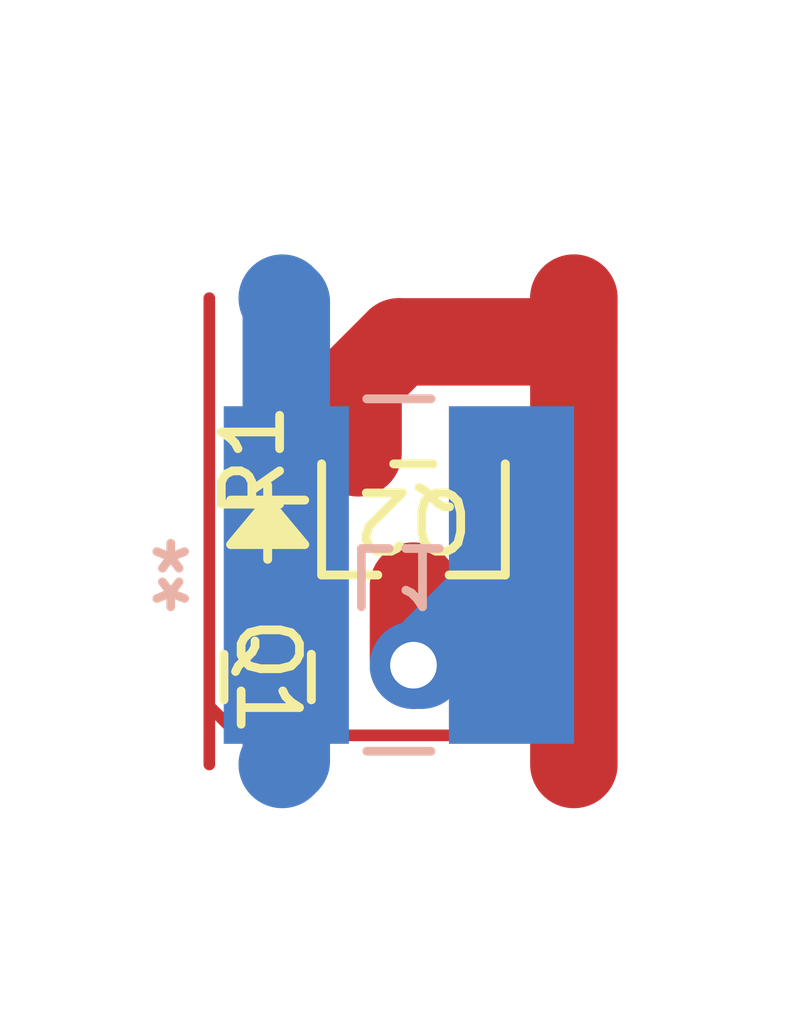
<source format=kicad_pcb>
(kicad_pcb (version 20241229) (generator "pcbnew") (generator_version "9.0")
  (layers (0 "F.Cu" signal) (2 "B.Cu" signal) (13 "F.Paste" user) (15 "B.Paste" user) (5 "F.SilkS" user "F.Silkscreen") (7 "B.SilkS" user "B.Silkscreen") (1 "F.Mask" user) (3 "B.Mask" user) (25 "Edge.Cuts" user))
  (net 0 "")
  (net 1 "Net-(Q2-D)")
  (net 2 "VCC")
  (net 3 "+10V")
  (net 4 "Net-(Q1-E)")
  (net 5 "GND")
  (footprint "footprints:TRANS_RDR005N_ROM" (layer "F.Cu") (at 17.25 17.5465 180)
    (property "Reference" "Q2" (at 0 0 180) (layer "F.SilkS"))
    (property "Value" "RQ5E070BNTCL")
    (fp_line (start 1.5748 0.9525) (end 1.5748 -0.9525) (stroke (width 0.1524)) (layer "F.SilkS"))
    (fp_line (start 1.5748 -0.9525) (end 0.61214 -0.9525) (stroke (width 0.1524)) (layer "F.SilkS"))
    (fp_line (start -0.337861 0.9525) (end 0.337861 0.9525) (stroke (width 0.1524)) (layer "F.SilkS"))
    (fp_line (start -0.61214 -0.9525) (end -1.5748 -0.9525) (stroke (width 0.1524)) (layer "F.SilkS"))
    (fp_line (start -1.5748 -0.9525) (end -1.5748 0.9525) (stroke (width 0.1524)) (layer "F.SilkS"))
    (pad "1" smd rect (at -0.950001 1.143 180) (size 0.5588 1.4224) (layers "F.Cu" "F.Mask" "F.Paste") (net 4 "Net-(Q1-E)"))
    (pad "2" smd rect (at 0.950001 1.143 180) (size 0.5588 1.4224) (layers "F.Cu" "F.Mask" "F.Paste") (net 5 "GND"))
    (pad "3" smd rect (at 0 -1.143 180) (size 0.5588 1.4224) (layers "F.Cu" "F.Mask" "F.Paste") (net 1 "Net-(Q2-D)"))
  )
  (footprint "footprints:TRANS_RPM-075P_ROM" (layer "F.Cu") (at 14.75 20.25 -90)
    (property "Reference" "Q1" (at 0 0 270) (layer "F.SilkS"))
    (property "Value" "RPM-075PTT86")
    (fp_line (start -0.39095 0.7493) (end 0.39095 0.7493) (stroke (width 0.1524)) (layer "F.SilkS"))
    (fp_line (start -3.0353 0) (end -2.2733 0.635) (stroke (width 0.1524)) (layer "F.SilkS"))
    (fp_line (start -3.0353 0) (end -2.2733 0.508) (stroke (width 0.1524)) (layer "F.SilkS"))
    (fp_line (start -3.0353 0) (end -2.2733 0.381) (stroke (width 0.1524)) (layer "F.SilkS"))
    (fp_line (start -3.0353 0) (end -2.2733 0.254) (stroke (width 0.1524)) (layer "F.SilkS"))
    (fp_line (start -3.0353 0) (end -2.2733 0.127) (stroke (width 0.1524)) (layer "F.SilkS"))
    (fp_line (start -3.0353 0) (end -2.2733 -0.127) (stroke (width 0.1524)) (layer "F.SilkS"))
    (fp_line (start -3.0353 0) (end -2.2733 -0.254) (stroke (width 0.1524)) (layer "F.SilkS"))
    (fp_line (start -3.0353 0) (end -2.2733 -0.381) (stroke (width 0.1524)) (layer "F.SilkS"))
    (fp_line (start -3.0353 0) (end -2.2733 -0.508) (stroke (width 0.1524)) (layer "F.SilkS"))
    (fp_line (start -3.0353 0) (end -2.2733 -0.635) (stroke (width 0.1524)) (layer "F.SilkS"))
    (fp_line (start -2.0193 0) (end -3.2893 0) (stroke (width 0.1524)) (layer "F.SilkS"))
    (fp_line (start -3.0353 -0.635) (end -3.0353 0.635) (stroke (width 0.1524)) (layer "F.SilkS"))
    (fp_line (start -2.2733 -0.635) (end -2.2733 0.635) (stroke (width 0.1524)) (layer "F.SilkS"))
    (fp_line (start 0.39095 -0.7493) (end -0.39095 -0.7493) (stroke (width 0.1524)) (layer "F.SilkS"))
    (pad "1" smd rect (at -0.8509 0 270) (size 0.3048 1.2446) (layers "F.Cu" "F.Mask" "F.Paste") (net 4 "Net-(Q1-E)"))
    (pad "2" smd rect (at 0.8509 0 270) (size 0.3048 1.2446) (layers "F.Cu" "F.Mask" "F.Paste") (net 3 "+10V"))
  )
  (footprint "footprints:RES_CRCW0402_VIS" (layer "F.Cu") (at 14.5 16.5465 90)
    (property "Reference" "R1" (at 0 0 90) (layer "F.SilkS"))
    (property "Value" "CRCW040250K0FKED")
    (pad "1" smd rect (at -0.4699 0 90) (size 0.5588 0.5588) (layers "F.Cu" "F.Mask" "F.Paste") (net 4 "Net-(Q1-E)"))
    (pad "2" smd rect (at 0.4699 0 90) (size 0.5588 0.5588) (layers "F.Cu" "F.Mask" "F.Paste") (net 5 "GND"))
  )
  (footprint "footprints:IND_BOURNS_SDR0604" (layer "B.Cu") (at 17 18.5)
    (property "Reference" "L1" (at 0 0 180) (layer "B.SilkS") (effects (justify mirror)))
    (property "Value" "SDR0604- 821KL")
    (fp_line (start -0.5497 -3.0226) (end 0.5497 -3.0226) (stroke (width 0.1524)) (layer "B.SilkS"))
    (fp_line (start 0.5497 3.0226) (end -0.5497 3.0226) (stroke (width 0.1524)) (layer "B.SilkS"))
    (fp_text user "*" (at -3.9116 0 0) (layer "B.SilkS") (effects (justify mirror)))
    (fp_text user "*" (at -3.9116 0 180) (layer "B.SilkS") (effects (justify mirror)))
    (pad "1" smd rect (at -1.9304 0) (size 2.1463 5.7912) (layers "B.Cu" "B.Mask" "B.Paste") (net 2 "VCC"))
    (pad "2" smd rect (at 1.9304 0) (size 2.1463 5.7912) (layers "B.Cu" "B.Mask" "B.Paste") (net 1 "Net-(Q2-D)"))
  )
  (segment (start 17.25 18.6895) (end 17.25 20.0465) (width 1.5) (layer "F.Cu") (net 1))
  (via (at 17.25 20.0465) (size 1.5) (drill 0.8) (layers "F.Cu" "B.Cu") (net 1))
  (segment (start 17.3839 20.0465) (end 18.9304 18.5) (width 1.5) (layer "B.Cu") (net 1))
  (segment (start 17.25 20.0465) (end 17.3839 20.0465) (width 1.5) (layer "B.Cu") (net 1))
  (segment (start 15 13.75) (end 15.0696 13.8196) (width 1.5) (layer "B.Cu") (net 2))
  (segment (start 15.0696 18.5) (end 15.0696 21.6804) (width 1.5) (layer "B.Cu") (net 2))
  (segment (start 15.0696 13.8196) (end 15.0696 18.5) (width 1.5) (layer "B.Cu") (net 2))
  (segment (start 15.0696 21.6804) (end 15 21.75) (width 1.5) (layer "B.Cu") (net 2))
  (segment (start 13.75 13.75) (end 13.75 21.25) (width 0.2) (layer "F.Cu") (net 3))
  (segment (start 13.75 20.75) (end 14.1009 21.1009) (width 0.2) (layer "F.Cu") (net 3))
  (segment (start 13.75 21.25) (end 13.75 21.75) (width 0.2) (layer "F.Cu") (net 3))
  (segment (start 14.1009 21.1009) (end 14.75 21.1009) (width 0.2) (layer "F.Cu") (net 3))
  (segment (start 18.5 21.25) (end 16 21.25) (width 0.2) (layer "F.Cu") (net 4))
  (segment (start 18.5 16.703499) (end 18.5 21.25) (width 0.2) (layer "F.Cu") (net 4))
  (segment (start 18.200001 16.4035) (end 18.5 16.703499) (width 0.2) (layer "F.Cu") (net 4))
  (segment (start 14.5 17.0164) (end 14.75 17.2664) (width 0.2) (layer "F.Cu") (net 4))
  (segment (start 16 20.137964) (end 15.261136 19.3991) (width 0.2) (layer "F.Cu") (net 4))
  (segment (start 14.75 17.2664) (end 14.75 19.3991) (width 0.2) (layer "F.Cu") (net 4))
  (segment (start 15.261136 19.3991) (end 14.75 19.3991) (width 0.2) (layer "F.Cu") (net 4))
  (segment (start 16 21.25) (end 16 20.137964) (width 0.2) (layer "F.Cu") (net 4))
  (segment (start 16.299999 15.200001) (end 17 14.5) (width 1.5) (layer "F.Cu") (net 5))
  (segment (start 20 13.75) (end 20 21.75) (width 1.5) (layer "F.Cu") (net 5))
  (segment (start 15.973099 16.0766) (end 16.299999 16.4035) (width 0.2) (layer "F.Cu") (net 5))
  (segment (start 15.973099 16.0766) (end 14.5 16.0766) (width 0.2) (layer "F.Cu") (net 5))
  (segment (start 17 14.5) (end 20 14.5) (width 1.5) (layer "F.Cu") (net 5))
  (segment (start 16.299999 16.4035) (end 16.299999 15.200001) (width 1.5) (layer "F.Cu") (net 5))
  (segment (start 20 14.5) (end 20 13.75) (width 1.5) (layer "F.Cu") (net 5))
)
</source>
